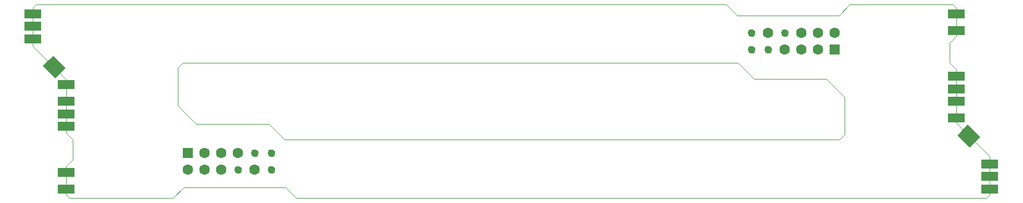
<source format=gbs>
G04 EAGLE Gerber X2 export*
%TF.Part,Single*%
%TF.FileFunction,Other,solder mask bottom*%
%TF.FilePolarity,Positive*%
%TF.GenerationSoftware,Autodesk,EAGLE,9.5.2*%
%TF.CreationDate,2020-04-08T10:12:48Z*%
G75*
%MOMM*%
%FSLAX34Y34*%
%LPD*%
%INsolder mask bottom*%
%AMOC8*
5,1,8,0,0,1.08239X$1,22.5*%
G01*
%ADD10C,0.000000*%
%ADD11R,2.641600X1.371600*%
%ADD12R,1.371600X2.641600*%
%ADD13R,1.601600X1.601600*%
%ADD14C,1.601600*%
%ADD15C,1.101600*%


D10*
X0Y232410D02*
X50800Y181610D01*
X50800Y100330D01*
X60960Y90170D01*
X60960Y59690D01*
X50800Y49530D01*
X50800Y6350D01*
X55880Y1270D01*
X213360Y1270D01*
X0Y232410D02*
X0Y290830D01*
X5080Y295910D01*
X220980Y199390D02*
X220980Y142240D01*
X220980Y199390D02*
X228600Y207010D01*
X1074420Y207010D01*
X1056640Y295910D02*
X5080Y295910D01*
X1074420Y207010D02*
X1098550Y182880D01*
X1209040Y182880D01*
X1073150Y279400D02*
X1056640Y295910D01*
X1073150Y279400D02*
X1228090Y279400D01*
X1407160Y115570D02*
X1457960Y64770D01*
X1407160Y115570D02*
X1407160Y196850D01*
X1397000Y207010D01*
X1397000Y237490D01*
X1407160Y247650D01*
X1407160Y290830D01*
X1402080Y295910D01*
X1244600Y295910D01*
X1457960Y64770D02*
X1457960Y6350D01*
X1452880Y1270D01*
X1236980Y97790D02*
X1236980Y154940D01*
X1236980Y97790D02*
X1229360Y90170D01*
X383540Y90170D01*
X401320Y1270D02*
X1452880Y1270D01*
X383540Y90170D02*
X359410Y114300D01*
X248920Y114300D01*
X384810Y17780D02*
X401320Y1270D01*
X384810Y17780D02*
X229870Y17780D01*
X1228090Y279400D02*
X1244600Y295910D01*
X1209040Y182880D02*
X1236980Y154940D01*
X248920Y114300D02*
X220980Y142240D01*
X229870Y17780D02*
X213360Y1270D01*
D11*
X50800Y173990D03*
X50800Y148590D03*
X50800Y129540D03*
X50800Y110490D03*
X50800Y40640D03*
X50800Y15240D03*
D12*
G36*
X15022Y202610D02*
X24720Y212308D01*
X43398Y193630D01*
X33700Y183932D01*
X15022Y202610D01*
G37*
G36*
X21372Y208960D02*
X31070Y218658D01*
X49748Y199980D01*
X40050Y190282D01*
X21372Y208960D01*
G37*
D13*
X1221740Y227330D03*
D14*
X1221740Y252730D03*
X1196340Y227330D03*
X1196340Y252730D03*
X1170940Y227330D03*
X1170940Y252730D03*
X1120140Y252730D03*
D10*
X1115140Y227330D02*
X1115142Y227471D01*
X1115148Y227612D01*
X1115158Y227752D01*
X1115172Y227892D01*
X1115190Y228032D01*
X1115211Y228171D01*
X1115237Y228310D01*
X1115266Y228448D01*
X1115300Y228584D01*
X1115337Y228720D01*
X1115378Y228855D01*
X1115423Y228989D01*
X1115472Y229121D01*
X1115524Y229252D01*
X1115580Y229381D01*
X1115640Y229508D01*
X1115703Y229634D01*
X1115769Y229758D01*
X1115840Y229881D01*
X1115913Y230001D01*
X1115990Y230119D01*
X1116070Y230235D01*
X1116154Y230348D01*
X1116240Y230459D01*
X1116330Y230568D01*
X1116423Y230674D01*
X1116518Y230777D01*
X1116617Y230878D01*
X1116718Y230976D01*
X1116822Y231071D01*
X1116929Y231163D01*
X1117038Y231252D01*
X1117150Y231337D01*
X1117264Y231420D01*
X1117380Y231500D01*
X1117499Y231576D01*
X1117620Y231648D01*
X1117742Y231718D01*
X1117867Y231783D01*
X1117993Y231846D01*
X1118121Y231904D01*
X1118251Y231959D01*
X1118382Y232011D01*
X1118515Y232058D01*
X1118649Y232102D01*
X1118784Y232143D01*
X1118920Y232179D01*
X1119057Y232211D01*
X1119195Y232240D01*
X1119333Y232265D01*
X1119473Y232285D01*
X1119613Y232302D01*
X1119753Y232315D01*
X1119894Y232324D01*
X1120034Y232329D01*
X1120175Y232330D01*
X1120316Y232327D01*
X1120457Y232320D01*
X1120597Y232309D01*
X1120737Y232294D01*
X1120877Y232275D01*
X1121016Y232253D01*
X1121154Y232226D01*
X1121292Y232196D01*
X1121428Y232161D01*
X1121564Y232123D01*
X1121698Y232081D01*
X1121832Y232035D01*
X1121964Y231986D01*
X1122094Y231932D01*
X1122223Y231875D01*
X1122350Y231815D01*
X1122476Y231751D01*
X1122599Y231683D01*
X1122721Y231612D01*
X1122841Y231538D01*
X1122958Y231460D01*
X1123073Y231379D01*
X1123186Y231295D01*
X1123297Y231208D01*
X1123405Y231117D01*
X1123510Y231024D01*
X1123613Y230927D01*
X1123713Y230828D01*
X1123810Y230726D01*
X1123904Y230621D01*
X1123995Y230514D01*
X1124083Y230404D01*
X1124168Y230292D01*
X1124250Y230177D01*
X1124329Y230060D01*
X1124404Y229941D01*
X1124476Y229820D01*
X1124544Y229697D01*
X1124609Y229572D01*
X1124671Y229445D01*
X1124728Y229316D01*
X1124783Y229186D01*
X1124833Y229055D01*
X1124880Y228922D01*
X1124923Y228788D01*
X1124962Y228652D01*
X1124997Y228516D01*
X1125029Y228379D01*
X1125056Y228241D01*
X1125080Y228102D01*
X1125100Y227962D01*
X1125116Y227822D01*
X1125128Y227682D01*
X1125136Y227541D01*
X1125140Y227400D01*
X1125140Y227260D01*
X1125136Y227119D01*
X1125128Y226978D01*
X1125116Y226838D01*
X1125100Y226698D01*
X1125080Y226558D01*
X1125056Y226419D01*
X1125029Y226281D01*
X1124997Y226144D01*
X1124962Y226008D01*
X1124923Y225872D01*
X1124880Y225738D01*
X1124833Y225605D01*
X1124783Y225474D01*
X1124728Y225344D01*
X1124671Y225215D01*
X1124609Y225088D01*
X1124544Y224963D01*
X1124476Y224840D01*
X1124404Y224719D01*
X1124329Y224600D01*
X1124250Y224483D01*
X1124168Y224368D01*
X1124083Y224256D01*
X1123995Y224146D01*
X1123904Y224039D01*
X1123810Y223934D01*
X1123713Y223832D01*
X1123613Y223733D01*
X1123510Y223636D01*
X1123405Y223543D01*
X1123297Y223452D01*
X1123186Y223365D01*
X1123073Y223281D01*
X1122958Y223200D01*
X1122841Y223122D01*
X1122721Y223048D01*
X1122599Y222977D01*
X1122476Y222909D01*
X1122350Y222845D01*
X1122223Y222785D01*
X1122094Y222728D01*
X1121964Y222674D01*
X1121832Y222625D01*
X1121698Y222579D01*
X1121564Y222537D01*
X1121428Y222499D01*
X1121292Y222464D01*
X1121154Y222434D01*
X1121016Y222407D01*
X1120877Y222385D01*
X1120737Y222366D01*
X1120597Y222351D01*
X1120457Y222340D01*
X1120316Y222333D01*
X1120175Y222330D01*
X1120034Y222331D01*
X1119894Y222336D01*
X1119753Y222345D01*
X1119613Y222358D01*
X1119473Y222375D01*
X1119333Y222395D01*
X1119195Y222420D01*
X1119057Y222449D01*
X1118920Y222481D01*
X1118784Y222517D01*
X1118649Y222558D01*
X1118515Y222602D01*
X1118382Y222649D01*
X1118251Y222701D01*
X1118121Y222756D01*
X1117993Y222814D01*
X1117867Y222877D01*
X1117742Y222942D01*
X1117620Y223012D01*
X1117499Y223084D01*
X1117380Y223160D01*
X1117264Y223240D01*
X1117150Y223323D01*
X1117038Y223408D01*
X1116929Y223497D01*
X1116822Y223589D01*
X1116718Y223684D01*
X1116617Y223782D01*
X1116518Y223883D01*
X1116423Y223986D01*
X1116330Y224092D01*
X1116240Y224201D01*
X1116154Y224312D01*
X1116070Y224425D01*
X1115990Y224541D01*
X1115913Y224659D01*
X1115840Y224779D01*
X1115769Y224902D01*
X1115703Y225026D01*
X1115640Y225152D01*
X1115580Y225279D01*
X1115524Y225408D01*
X1115472Y225539D01*
X1115423Y225671D01*
X1115378Y225805D01*
X1115337Y225940D01*
X1115300Y226076D01*
X1115266Y226212D01*
X1115237Y226350D01*
X1115211Y226489D01*
X1115190Y226628D01*
X1115172Y226768D01*
X1115158Y226908D01*
X1115148Y227048D01*
X1115142Y227189D01*
X1115140Y227330D01*
D15*
X1120140Y227330D03*
D10*
X1089740Y227330D02*
X1089742Y227471D01*
X1089748Y227612D01*
X1089758Y227752D01*
X1089772Y227892D01*
X1089790Y228032D01*
X1089811Y228171D01*
X1089837Y228310D01*
X1089866Y228448D01*
X1089900Y228584D01*
X1089937Y228720D01*
X1089978Y228855D01*
X1090023Y228989D01*
X1090072Y229121D01*
X1090124Y229252D01*
X1090180Y229381D01*
X1090240Y229508D01*
X1090303Y229634D01*
X1090369Y229758D01*
X1090440Y229881D01*
X1090513Y230001D01*
X1090590Y230119D01*
X1090670Y230235D01*
X1090754Y230348D01*
X1090840Y230459D01*
X1090930Y230568D01*
X1091023Y230674D01*
X1091118Y230777D01*
X1091217Y230878D01*
X1091318Y230976D01*
X1091422Y231071D01*
X1091529Y231163D01*
X1091638Y231252D01*
X1091750Y231337D01*
X1091864Y231420D01*
X1091980Y231500D01*
X1092099Y231576D01*
X1092220Y231648D01*
X1092342Y231718D01*
X1092467Y231783D01*
X1092593Y231846D01*
X1092721Y231904D01*
X1092851Y231959D01*
X1092982Y232011D01*
X1093115Y232058D01*
X1093249Y232102D01*
X1093384Y232143D01*
X1093520Y232179D01*
X1093657Y232211D01*
X1093795Y232240D01*
X1093933Y232265D01*
X1094073Y232285D01*
X1094213Y232302D01*
X1094353Y232315D01*
X1094494Y232324D01*
X1094634Y232329D01*
X1094775Y232330D01*
X1094916Y232327D01*
X1095057Y232320D01*
X1095197Y232309D01*
X1095337Y232294D01*
X1095477Y232275D01*
X1095616Y232253D01*
X1095754Y232226D01*
X1095892Y232196D01*
X1096028Y232161D01*
X1096164Y232123D01*
X1096298Y232081D01*
X1096432Y232035D01*
X1096564Y231986D01*
X1096694Y231932D01*
X1096823Y231875D01*
X1096950Y231815D01*
X1097076Y231751D01*
X1097199Y231683D01*
X1097321Y231612D01*
X1097441Y231538D01*
X1097558Y231460D01*
X1097673Y231379D01*
X1097786Y231295D01*
X1097897Y231208D01*
X1098005Y231117D01*
X1098110Y231024D01*
X1098213Y230927D01*
X1098313Y230828D01*
X1098410Y230726D01*
X1098504Y230621D01*
X1098595Y230514D01*
X1098683Y230404D01*
X1098768Y230292D01*
X1098850Y230177D01*
X1098929Y230060D01*
X1099004Y229941D01*
X1099076Y229820D01*
X1099144Y229697D01*
X1099209Y229572D01*
X1099271Y229445D01*
X1099328Y229316D01*
X1099383Y229186D01*
X1099433Y229055D01*
X1099480Y228922D01*
X1099523Y228788D01*
X1099562Y228652D01*
X1099597Y228516D01*
X1099629Y228379D01*
X1099656Y228241D01*
X1099680Y228102D01*
X1099700Y227962D01*
X1099716Y227822D01*
X1099728Y227682D01*
X1099736Y227541D01*
X1099740Y227400D01*
X1099740Y227260D01*
X1099736Y227119D01*
X1099728Y226978D01*
X1099716Y226838D01*
X1099700Y226698D01*
X1099680Y226558D01*
X1099656Y226419D01*
X1099629Y226281D01*
X1099597Y226144D01*
X1099562Y226008D01*
X1099523Y225872D01*
X1099480Y225738D01*
X1099433Y225605D01*
X1099383Y225474D01*
X1099328Y225344D01*
X1099271Y225215D01*
X1099209Y225088D01*
X1099144Y224963D01*
X1099076Y224840D01*
X1099004Y224719D01*
X1098929Y224600D01*
X1098850Y224483D01*
X1098768Y224368D01*
X1098683Y224256D01*
X1098595Y224146D01*
X1098504Y224039D01*
X1098410Y223934D01*
X1098313Y223832D01*
X1098213Y223733D01*
X1098110Y223636D01*
X1098005Y223543D01*
X1097897Y223452D01*
X1097786Y223365D01*
X1097673Y223281D01*
X1097558Y223200D01*
X1097441Y223122D01*
X1097321Y223048D01*
X1097199Y222977D01*
X1097076Y222909D01*
X1096950Y222845D01*
X1096823Y222785D01*
X1096694Y222728D01*
X1096564Y222674D01*
X1096432Y222625D01*
X1096298Y222579D01*
X1096164Y222537D01*
X1096028Y222499D01*
X1095892Y222464D01*
X1095754Y222434D01*
X1095616Y222407D01*
X1095477Y222385D01*
X1095337Y222366D01*
X1095197Y222351D01*
X1095057Y222340D01*
X1094916Y222333D01*
X1094775Y222330D01*
X1094634Y222331D01*
X1094494Y222336D01*
X1094353Y222345D01*
X1094213Y222358D01*
X1094073Y222375D01*
X1093933Y222395D01*
X1093795Y222420D01*
X1093657Y222449D01*
X1093520Y222481D01*
X1093384Y222517D01*
X1093249Y222558D01*
X1093115Y222602D01*
X1092982Y222649D01*
X1092851Y222701D01*
X1092721Y222756D01*
X1092593Y222814D01*
X1092467Y222877D01*
X1092342Y222942D01*
X1092220Y223012D01*
X1092099Y223084D01*
X1091980Y223160D01*
X1091864Y223240D01*
X1091750Y223323D01*
X1091638Y223408D01*
X1091529Y223497D01*
X1091422Y223589D01*
X1091318Y223684D01*
X1091217Y223782D01*
X1091118Y223883D01*
X1091023Y223986D01*
X1090930Y224092D01*
X1090840Y224201D01*
X1090754Y224312D01*
X1090670Y224425D01*
X1090590Y224541D01*
X1090513Y224659D01*
X1090440Y224779D01*
X1090369Y224902D01*
X1090303Y225026D01*
X1090240Y225152D01*
X1090180Y225279D01*
X1090124Y225408D01*
X1090072Y225539D01*
X1090023Y225671D01*
X1089978Y225805D01*
X1089937Y225940D01*
X1089900Y226076D01*
X1089866Y226212D01*
X1089837Y226350D01*
X1089811Y226489D01*
X1089790Y226628D01*
X1089772Y226768D01*
X1089758Y226908D01*
X1089748Y227048D01*
X1089742Y227189D01*
X1089740Y227330D01*
D15*
X1094740Y227330D03*
D10*
X1089740Y252730D02*
X1089742Y252871D01*
X1089748Y253012D01*
X1089758Y253152D01*
X1089772Y253292D01*
X1089790Y253432D01*
X1089811Y253571D01*
X1089837Y253710D01*
X1089866Y253848D01*
X1089900Y253984D01*
X1089937Y254120D01*
X1089978Y254255D01*
X1090023Y254389D01*
X1090072Y254521D01*
X1090124Y254652D01*
X1090180Y254781D01*
X1090240Y254908D01*
X1090303Y255034D01*
X1090369Y255158D01*
X1090440Y255281D01*
X1090513Y255401D01*
X1090590Y255519D01*
X1090670Y255635D01*
X1090754Y255748D01*
X1090840Y255859D01*
X1090930Y255968D01*
X1091023Y256074D01*
X1091118Y256177D01*
X1091217Y256278D01*
X1091318Y256376D01*
X1091422Y256471D01*
X1091529Y256563D01*
X1091638Y256652D01*
X1091750Y256737D01*
X1091864Y256820D01*
X1091980Y256900D01*
X1092099Y256976D01*
X1092220Y257048D01*
X1092342Y257118D01*
X1092467Y257183D01*
X1092593Y257246D01*
X1092721Y257304D01*
X1092851Y257359D01*
X1092982Y257411D01*
X1093115Y257458D01*
X1093249Y257502D01*
X1093384Y257543D01*
X1093520Y257579D01*
X1093657Y257611D01*
X1093795Y257640D01*
X1093933Y257665D01*
X1094073Y257685D01*
X1094213Y257702D01*
X1094353Y257715D01*
X1094494Y257724D01*
X1094634Y257729D01*
X1094775Y257730D01*
X1094916Y257727D01*
X1095057Y257720D01*
X1095197Y257709D01*
X1095337Y257694D01*
X1095477Y257675D01*
X1095616Y257653D01*
X1095754Y257626D01*
X1095892Y257596D01*
X1096028Y257561D01*
X1096164Y257523D01*
X1096298Y257481D01*
X1096432Y257435D01*
X1096564Y257386D01*
X1096694Y257332D01*
X1096823Y257275D01*
X1096950Y257215D01*
X1097076Y257151D01*
X1097199Y257083D01*
X1097321Y257012D01*
X1097441Y256938D01*
X1097558Y256860D01*
X1097673Y256779D01*
X1097786Y256695D01*
X1097897Y256608D01*
X1098005Y256517D01*
X1098110Y256424D01*
X1098213Y256327D01*
X1098313Y256228D01*
X1098410Y256126D01*
X1098504Y256021D01*
X1098595Y255914D01*
X1098683Y255804D01*
X1098768Y255692D01*
X1098850Y255577D01*
X1098929Y255460D01*
X1099004Y255341D01*
X1099076Y255220D01*
X1099144Y255097D01*
X1099209Y254972D01*
X1099271Y254845D01*
X1099328Y254716D01*
X1099383Y254586D01*
X1099433Y254455D01*
X1099480Y254322D01*
X1099523Y254188D01*
X1099562Y254052D01*
X1099597Y253916D01*
X1099629Y253779D01*
X1099656Y253641D01*
X1099680Y253502D01*
X1099700Y253362D01*
X1099716Y253222D01*
X1099728Y253082D01*
X1099736Y252941D01*
X1099740Y252800D01*
X1099740Y252660D01*
X1099736Y252519D01*
X1099728Y252378D01*
X1099716Y252238D01*
X1099700Y252098D01*
X1099680Y251958D01*
X1099656Y251819D01*
X1099629Y251681D01*
X1099597Y251544D01*
X1099562Y251408D01*
X1099523Y251272D01*
X1099480Y251138D01*
X1099433Y251005D01*
X1099383Y250874D01*
X1099328Y250744D01*
X1099271Y250615D01*
X1099209Y250488D01*
X1099144Y250363D01*
X1099076Y250240D01*
X1099004Y250119D01*
X1098929Y250000D01*
X1098850Y249883D01*
X1098768Y249768D01*
X1098683Y249656D01*
X1098595Y249546D01*
X1098504Y249439D01*
X1098410Y249334D01*
X1098313Y249232D01*
X1098213Y249133D01*
X1098110Y249036D01*
X1098005Y248943D01*
X1097897Y248852D01*
X1097786Y248765D01*
X1097673Y248681D01*
X1097558Y248600D01*
X1097441Y248522D01*
X1097321Y248448D01*
X1097199Y248377D01*
X1097076Y248309D01*
X1096950Y248245D01*
X1096823Y248185D01*
X1096694Y248128D01*
X1096564Y248074D01*
X1096432Y248025D01*
X1096298Y247979D01*
X1096164Y247937D01*
X1096028Y247899D01*
X1095892Y247864D01*
X1095754Y247834D01*
X1095616Y247807D01*
X1095477Y247785D01*
X1095337Y247766D01*
X1095197Y247751D01*
X1095057Y247740D01*
X1094916Y247733D01*
X1094775Y247730D01*
X1094634Y247731D01*
X1094494Y247736D01*
X1094353Y247745D01*
X1094213Y247758D01*
X1094073Y247775D01*
X1093933Y247795D01*
X1093795Y247820D01*
X1093657Y247849D01*
X1093520Y247881D01*
X1093384Y247917D01*
X1093249Y247958D01*
X1093115Y248002D01*
X1092982Y248049D01*
X1092851Y248101D01*
X1092721Y248156D01*
X1092593Y248214D01*
X1092467Y248277D01*
X1092342Y248342D01*
X1092220Y248412D01*
X1092099Y248484D01*
X1091980Y248560D01*
X1091864Y248640D01*
X1091750Y248723D01*
X1091638Y248808D01*
X1091529Y248897D01*
X1091422Y248989D01*
X1091318Y249084D01*
X1091217Y249182D01*
X1091118Y249283D01*
X1091023Y249386D01*
X1090930Y249492D01*
X1090840Y249601D01*
X1090754Y249712D01*
X1090670Y249825D01*
X1090590Y249941D01*
X1090513Y250059D01*
X1090440Y250179D01*
X1090369Y250302D01*
X1090303Y250426D01*
X1090240Y250552D01*
X1090180Y250679D01*
X1090124Y250808D01*
X1090072Y250939D01*
X1090023Y251071D01*
X1089978Y251205D01*
X1089937Y251340D01*
X1089900Y251476D01*
X1089866Y251612D01*
X1089837Y251750D01*
X1089811Y251889D01*
X1089790Y252028D01*
X1089772Y252168D01*
X1089758Y252308D01*
X1089748Y252448D01*
X1089742Y252589D01*
X1089740Y252730D01*
D15*
X1094740Y252730D03*
D14*
X1145540Y227330D03*
D10*
X1140540Y252730D02*
X1140542Y252871D01*
X1140548Y253012D01*
X1140558Y253152D01*
X1140572Y253292D01*
X1140590Y253432D01*
X1140611Y253571D01*
X1140637Y253710D01*
X1140666Y253848D01*
X1140700Y253984D01*
X1140737Y254120D01*
X1140778Y254255D01*
X1140823Y254389D01*
X1140872Y254521D01*
X1140924Y254652D01*
X1140980Y254781D01*
X1141040Y254908D01*
X1141103Y255034D01*
X1141169Y255158D01*
X1141240Y255281D01*
X1141313Y255401D01*
X1141390Y255519D01*
X1141470Y255635D01*
X1141554Y255748D01*
X1141640Y255859D01*
X1141730Y255968D01*
X1141823Y256074D01*
X1141918Y256177D01*
X1142017Y256278D01*
X1142118Y256376D01*
X1142222Y256471D01*
X1142329Y256563D01*
X1142438Y256652D01*
X1142550Y256737D01*
X1142664Y256820D01*
X1142780Y256900D01*
X1142899Y256976D01*
X1143020Y257048D01*
X1143142Y257118D01*
X1143267Y257183D01*
X1143393Y257246D01*
X1143521Y257304D01*
X1143651Y257359D01*
X1143782Y257411D01*
X1143915Y257458D01*
X1144049Y257502D01*
X1144184Y257543D01*
X1144320Y257579D01*
X1144457Y257611D01*
X1144595Y257640D01*
X1144733Y257665D01*
X1144873Y257685D01*
X1145013Y257702D01*
X1145153Y257715D01*
X1145294Y257724D01*
X1145434Y257729D01*
X1145575Y257730D01*
X1145716Y257727D01*
X1145857Y257720D01*
X1145997Y257709D01*
X1146137Y257694D01*
X1146277Y257675D01*
X1146416Y257653D01*
X1146554Y257626D01*
X1146692Y257596D01*
X1146828Y257561D01*
X1146964Y257523D01*
X1147098Y257481D01*
X1147232Y257435D01*
X1147364Y257386D01*
X1147494Y257332D01*
X1147623Y257275D01*
X1147750Y257215D01*
X1147876Y257151D01*
X1147999Y257083D01*
X1148121Y257012D01*
X1148241Y256938D01*
X1148358Y256860D01*
X1148473Y256779D01*
X1148586Y256695D01*
X1148697Y256608D01*
X1148805Y256517D01*
X1148910Y256424D01*
X1149013Y256327D01*
X1149113Y256228D01*
X1149210Y256126D01*
X1149304Y256021D01*
X1149395Y255914D01*
X1149483Y255804D01*
X1149568Y255692D01*
X1149650Y255577D01*
X1149729Y255460D01*
X1149804Y255341D01*
X1149876Y255220D01*
X1149944Y255097D01*
X1150009Y254972D01*
X1150071Y254845D01*
X1150128Y254716D01*
X1150183Y254586D01*
X1150233Y254455D01*
X1150280Y254322D01*
X1150323Y254188D01*
X1150362Y254052D01*
X1150397Y253916D01*
X1150429Y253779D01*
X1150456Y253641D01*
X1150480Y253502D01*
X1150500Y253362D01*
X1150516Y253222D01*
X1150528Y253082D01*
X1150536Y252941D01*
X1150540Y252800D01*
X1150540Y252660D01*
X1150536Y252519D01*
X1150528Y252378D01*
X1150516Y252238D01*
X1150500Y252098D01*
X1150480Y251958D01*
X1150456Y251819D01*
X1150429Y251681D01*
X1150397Y251544D01*
X1150362Y251408D01*
X1150323Y251272D01*
X1150280Y251138D01*
X1150233Y251005D01*
X1150183Y250874D01*
X1150128Y250744D01*
X1150071Y250615D01*
X1150009Y250488D01*
X1149944Y250363D01*
X1149876Y250240D01*
X1149804Y250119D01*
X1149729Y250000D01*
X1149650Y249883D01*
X1149568Y249768D01*
X1149483Y249656D01*
X1149395Y249546D01*
X1149304Y249439D01*
X1149210Y249334D01*
X1149113Y249232D01*
X1149013Y249133D01*
X1148910Y249036D01*
X1148805Y248943D01*
X1148697Y248852D01*
X1148586Y248765D01*
X1148473Y248681D01*
X1148358Y248600D01*
X1148241Y248522D01*
X1148121Y248448D01*
X1147999Y248377D01*
X1147876Y248309D01*
X1147750Y248245D01*
X1147623Y248185D01*
X1147494Y248128D01*
X1147364Y248074D01*
X1147232Y248025D01*
X1147098Y247979D01*
X1146964Y247937D01*
X1146828Y247899D01*
X1146692Y247864D01*
X1146554Y247834D01*
X1146416Y247807D01*
X1146277Y247785D01*
X1146137Y247766D01*
X1145997Y247751D01*
X1145857Y247740D01*
X1145716Y247733D01*
X1145575Y247730D01*
X1145434Y247731D01*
X1145294Y247736D01*
X1145153Y247745D01*
X1145013Y247758D01*
X1144873Y247775D01*
X1144733Y247795D01*
X1144595Y247820D01*
X1144457Y247849D01*
X1144320Y247881D01*
X1144184Y247917D01*
X1144049Y247958D01*
X1143915Y248002D01*
X1143782Y248049D01*
X1143651Y248101D01*
X1143521Y248156D01*
X1143393Y248214D01*
X1143267Y248277D01*
X1143142Y248342D01*
X1143020Y248412D01*
X1142899Y248484D01*
X1142780Y248560D01*
X1142664Y248640D01*
X1142550Y248723D01*
X1142438Y248808D01*
X1142329Y248897D01*
X1142222Y248989D01*
X1142118Y249084D01*
X1142017Y249182D01*
X1141918Y249283D01*
X1141823Y249386D01*
X1141730Y249492D01*
X1141640Y249601D01*
X1141554Y249712D01*
X1141470Y249825D01*
X1141390Y249941D01*
X1141313Y250059D01*
X1141240Y250179D01*
X1141169Y250302D01*
X1141103Y250426D01*
X1141040Y250552D01*
X1140980Y250679D01*
X1140924Y250808D01*
X1140872Y250939D01*
X1140823Y251071D01*
X1140778Y251205D01*
X1140737Y251340D01*
X1140700Y251476D01*
X1140666Y251612D01*
X1140637Y251750D01*
X1140611Y251889D01*
X1140590Y252028D01*
X1140572Y252168D01*
X1140558Y252308D01*
X1140548Y252448D01*
X1140542Y252589D01*
X1140540Y252730D01*
D15*
X1145540Y252730D03*
D11*
X0Y281940D03*
X0Y262890D03*
X0Y243840D03*
X1407160Y123190D03*
X1407160Y148590D03*
X1407160Y167640D03*
X1407160Y186690D03*
X1407160Y256540D03*
X1407160Y281940D03*
D12*
G36*
X1442938Y94570D02*
X1433240Y84872D01*
X1414562Y103550D01*
X1424260Y113248D01*
X1442938Y94570D01*
G37*
G36*
X1436588Y88220D02*
X1426890Y78522D01*
X1408212Y97200D01*
X1417910Y106898D01*
X1436588Y88220D01*
G37*
D13*
X236220Y69850D03*
D14*
X236220Y44450D03*
X261620Y69850D03*
X261620Y44450D03*
X287020Y69850D03*
X287020Y44450D03*
X337820Y44450D03*
D10*
X332820Y69850D02*
X332822Y69991D01*
X332828Y70132D01*
X332838Y70272D01*
X332852Y70412D01*
X332870Y70552D01*
X332891Y70691D01*
X332917Y70830D01*
X332946Y70968D01*
X332980Y71104D01*
X333017Y71240D01*
X333058Y71375D01*
X333103Y71509D01*
X333152Y71641D01*
X333204Y71772D01*
X333260Y71901D01*
X333320Y72028D01*
X333383Y72154D01*
X333449Y72278D01*
X333520Y72401D01*
X333593Y72521D01*
X333670Y72639D01*
X333750Y72755D01*
X333834Y72868D01*
X333920Y72979D01*
X334010Y73088D01*
X334103Y73194D01*
X334198Y73297D01*
X334297Y73398D01*
X334398Y73496D01*
X334502Y73591D01*
X334609Y73683D01*
X334718Y73772D01*
X334830Y73857D01*
X334944Y73940D01*
X335060Y74020D01*
X335179Y74096D01*
X335300Y74168D01*
X335422Y74238D01*
X335547Y74303D01*
X335673Y74366D01*
X335801Y74424D01*
X335931Y74479D01*
X336062Y74531D01*
X336195Y74578D01*
X336329Y74622D01*
X336464Y74663D01*
X336600Y74699D01*
X336737Y74731D01*
X336875Y74760D01*
X337013Y74785D01*
X337153Y74805D01*
X337293Y74822D01*
X337433Y74835D01*
X337574Y74844D01*
X337714Y74849D01*
X337855Y74850D01*
X337996Y74847D01*
X338137Y74840D01*
X338277Y74829D01*
X338417Y74814D01*
X338557Y74795D01*
X338696Y74773D01*
X338834Y74746D01*
X338972Y74716D01*
X339108Y74681D01*
X339244Y74643D01*
X339378Y74601D01*
X339512Y74555D01*
X339644Y74506D01*
X339774Y74452D01*
X339903Y74395D01*
X340030Y74335D01*
X340156Y74271D01*
X340279Y74203D01*
X340401Y74132D01*
X340521Y74058D01*
X340638Y73980D01*
X340753Y73899D01*
X340866Y73815D01*
X340977Y73728D01*
X341085Y73637D01*
X341190Y73544D01*
X341293Y73447D01*
X341393Y73348D01*
X341490Y73246D01*
X341584Y73141D01*
X341675Y73034D01*
X341763Y72924D01*
X341848Y72812D01*
X341930Y72697D01*
X342009Y72580D01*
X342084Y72461D01*
X342156Y72340D01*
X342224Y72217D01*
X342289Y72092D01*
X342351Y71965D01*
X342408Y71836D01*
X342463Y71706D01*
X342513Y71575D01*
X342560Y71442D01*
X342603Y71308D01*
X342642Y71172D01*
X342677Y71036D01*
X342709Y70899D01*
X342736Y70761D01*
X342760Y70622D01*
X342780Y70482D01*
X342796Y70342D01*
X342808Y70202D01*
X342816Y70061D01*
X342820Y69920D01*
X342820Y69780D01*
X342816Y69639D01*
X342808Y69498D01*
X342796Y69358D01*
X342780Y69218D01*
X342760Y69078D01*
X342736Y68939D01*
X342709Y68801D01*
X342677Y68664D01*
X342642Y68528D01*
X342603Y68392D01*
X342560Y68258D01*
X342513Y68125D01*
X342463Y67994D01*
X342408Y67864D01*
X342351Y67735D01*
X342289Y67608D01*
X342224Y67483D01*
X342156Y67360D01*
X342084Y67239D01*
X342009Y67120D01*
X341930Y67003D01*
X341848Y66888D01*
X341763Y66776D01*
X341675Y66666D01*
X341584Y66559D01*
X341490Y66454D01*
X341393Y66352D01*
X341293Y66253D01*
X341190Y66156D01*
X341085Y66063D01*
X340977Y65972D01*
X340866Y65885D01*
X340753Y65801D01*
X340638Y65720D01*
X340521Y65642D01*
X340401Y65568D01*
X340279Y65497D01*
X340156Y65429D01*
X340030Y65365D01*
X339903Y65305D01*
X339774Y65248D01*
X339644Y65194D01*
X339512Y65145D01*
X339378Y65099D01*
X339244Y65057D01*
X339108Y65019D01*
X338972Y64984D01*
X338834Y64954D01*
X338696Y64927D01*
X338557Y64905D01*
X338417Y64886D01*
X338277Y64871D01*
X338137Y64860D01*
X337996Y64853D01*
X337855Y64850D01*
X337714Y64851D01*
X337574Y64856D01*
X337433Y64865D01*
X337293Y64878D01*
X337153Y64895D01*
X337013Y64915D01*
X336875Y64940D01*
X336737Y64969D01*
X336600Y65001D01*
X336464Y65037D01*
X336329Y65078D01*
X336195Y65122D01*
X336062Y65169D01*
X335931Y65221D01*
X335801Y65276D01*
X335673Y65334D01*
X335547Y65397D01*
X335422Y65462D01*
X335300Y65532D01*
X335179Y65604D01*
X335060Y65680D01*
X334944Y65760D01*
X334830Y65843D01*
X334718Y65928D01*
X334609Y66017D01*
X334502Y66109D01*
X334398Y66204D01*
X334297Y66302D01*
X334198Y66403D01*
X334103Y66506D01*
X334010Y66612D01*
X333920Y66721D01*
X333834Y66832D01*
X333750Y66945D01*
X333670Y67061D01*
X333593Y67179D01*
X333520Y67299D01*
X333449Y67422D01*
X333383Y67546D01*
X333320Y67672D01*
X333260Y67799D01*
X333204Y67928D01*
X333152Y68059D01*
X333103Y68191D01*
X333058Y68325D01*
X333017Y68460D01*
X332980Y68596D01*
X332946Y68732D01*
X332917Y68870D01*
X332891Y69009D01*
X332870Y69148D01*
X332852Y69288D01*
X332838Y69428D01*
X332828Y69568D01*
X332822Y69709D01*
X332820Y69850D01*
D15*
X337820Y69850D03*
D10*
X358220Y69850D02*
X358222Y69991D01*
X358228Y70132D01*
X358238Y70272D01*
X358252Y70412D01*
X358270Y70552D01*
X358291Y70691D01*
X358317Y70830D01*
X358346Y70968D01*
X358380Y71104D01*
X358417Y71240D01*
X358458Y71375D01*
X358503Y71509D01*
X358552Y71641D01*
X358604Y71772D01*
X358660Y71901D01*
X358720Y72028D01*
X358783Y72154D01*
X358849Y72278D01*
X358920Y72401D01*
X358993Y72521D01*
X359070Y72639D01*
X359150Y72755D01*
X359234Y72868D01*
X359320Y72979D01*
X359410Y73088D01*
X359503Y73194D01*
X359598Y73297D01*
X359697Y73398D01*
X359798Y73496D01*
X359902Y73591D01*
X360009Y73683D01*
X360118Y73772D01*
X360230Y73857D01*
X360344Y73940D01*
X360460Y74020D01*
X360579Y74096D01*
X360700Y74168D01*
X360822Y74238D01*
X360947Y74303D01*
X361073Y74366D01*
X361201Y74424D01*
X361331Y74479D01*
X361462Y74531D01*
X361595Y74578D01*
X361729Y74622D01*
X361864Y74663D01*
X362000Y74699D01*
X362137Y74731D01*
X362275Y74760D01*
X362413Y74785D01*
X362553Y74805D01*
X362693Y74822D01*
X362833Y74835D01*
X362974Y74844D01*
X363114Y74849D01*
X363255Y74850D01*
X363396Y74847D01*
X363537Y74840D01*
X363677Y74829D01*
X363817Y74814D01*
X363957Y74795D01*
X364096Y74773D01*
X364234Y74746D01*
X364372Y74716D01*
X364508Y74681D01*
X364644Y74643D01*
X364778Y74601D01*
X364912Y74555D01*
X365044Y74506D01*
X365174Y74452D01*
X365303Y74395D01*
X365430Y74335D01*
X365556Y74271D01*
X365679Y74203D01*
X365801Y74132D01*
X365921Y74058D01*
X366038Y73980D01*
X366153Y73899D01*
X366266Y73815D01*
X366377Y73728D01*
X366485Y73637D01*
X366590Y73544D01*
X366693Y73447D01*
X366793Y73348D01*
X366890Y73246D01*
X366984Y73141D01*
X367075Y73034D01*
X367163Y72924D01*
X367248Y72812D01*
X367330Y72697D01*
X367409Y72580D01*
X367484Y72461D01*
X367556Y72340D01*
X367624Y72217D01*
X367689Y72092D01*
X367751Y71965D01*
X367808Y71836D01*
X367863Y71706D01*
X367913Y71575D01*
X367960Y71442D01*
X368003Y71308D01*
X368042Y71172D01*
X368077Y71036D01*
X368109Y70899D01*
X368136Y70761D01*
X368160Y70622D01*
X368180Y70482D01*
X368196Y70342D01*
X368208Y70202D01*
X368216Y70061D01*
X368220Y69920D01*
X368220Y69780D01*
X368216Y69639D01*
X368208Y69498D01*
X368196Y69358D01*
X368180Y69218D01*
X368160Y69078D01*
X368136Y68939D01*
X368109Y68801D01*
X368077Y68664D01*
X368042Y68528D01*
X368003Y68392D01*
X367960Y68258D01*
X367913Y68125D01*
X367863Y67994D01*
X367808Y67864D01*
X367751Y67735D01*
X367689Y67608D01*
X367624Y67483D01*
X367556Y67360D01*
X367484Y67239D01*
X367409Y67120D01*
X367330Y67003D01*
X367248Y66888D01*
X367163Y66776D01*
X367075Y66666D01*
X366984Y66559D01*
X366890Y66454D01*
X366793Y66352D01*
X366693Y66253D01*
X366590Y66156D01*
X366485Y66063D01*
X366377Y65972D01*
X366266Y65885D01*
X366153Y65801D01*
X366038Y65720D01*
X365921Y65642D01*
X365801Y65568D01*
X365679Y65497D01*
X365556Y65429D01*
X365430Y65365D01*
X365303Y65305D01*
X365174Y65248D01*
X365044Y65194D01*
X364912Y65145D01*
X364778Y65099D01*
X364644Y65057D01*
X364508Y65019D01*
X364372Y64984D01*
X364234Y64954D01*
X364096Y64927D01*
X363957Y64905D01*
X363817Y64886D01*
X363677Y64871D01*
X363537Y64860D01*
X363396Y64853D01*
X363255Y64850D01*
X363114Y64851D01*
X362974Y64856D01*
X362833Y64865D01*
X362693Y64878D01*
X362553Y64895D01*
X362413Y64915D01*
X362275Y64940D01*
X362137Y64969D01*
X362000Y65001D01*
X361864Y65037D01*
X361729Y65078D01*
X361595Y65122D01*
X361462Y65169D01*
X361331Y65221D01*
X361201Y65276D01*
X361073Y65334D01*
X360947Y65397D01*
X360822Y65462D01*
X360700Y65532D01*
X360579Y65604D01*
X360460Y65680D01*
X360344Y65760D01*
X360230Y65843D01*
X360118Y65928D01*
X360009Y66017D01*
X359902Y66109D01*
X359798Y66204D01*
X359697Y66302D01*
X359598Y66403D01*
X359503Y66506D01*
X359410Y66612D01*
X359320Y66721D01*
X359234Y66832D01*
X359150Y66945D01*
X359070Y67061D01*
X358993Y67179D01*
X358920Y67299D01*
X358849Y67422D01*
X358783Y67546D01*
X358720Y67672D01*
X358660Y67799D01*
X358604Y67928D01*
X358552Y68059D01*
X358503Y68191D01*
X358458Y68325D01*
X358417Y68460D01*
X358380Y68596D01*
X358346Y68732D01*
X358317Y68870D01*
X358291Y69009D01*
X358270Y69148D01*
X358252Y69288D01*
X358238Y69428D01*
X358228Y69568D01*
X358222Y69709D01*
X358220Y69850D01*
D15*
X363220Y69850D03*
D10*
X358220Y44450D02*
X358222Y44591D01*
X358228Y44732D01*
X358238Y44872D01*
X358252Y45012D01*
X358270Y45152D01*
X358291Y45291D01*
X358317Y45430D01*
X358346Y45568D01*
X358380Y45704D01*
X358417Y45840D01*
X358458Y45975D01*
X358503Y46109D01*
X358552Y46241D01*
X358604Y46372D01*
X358660Y46501D01*
X358720Y46628D01*
X358783Y46754D01*
X358849Y46878D01*
X358920Y47001D01*
X358993Y47121D01*
X359070Y47239D01*
X359150Y47355D01*
X359234Y47468D01*
X359320Y47579D01*
X359410Y47688D01*
X359503Y47794D01*
X359598Y47897D01*
X359697Y47998D01*
X359798Y48096D01*
X359902Y48191D01*
X360009Y48283D01*
X360118Y48372D01*
X360230Y48457D01*
X360344Y48540D01*
X360460Y48620D01*
X360579Y48696D01*
X360700Y48768D01*
X360822Y48838D01*
X360947Y48903D01*
X361073Y48966D01*
X361201Y49024D01*
X361331Y49079D01*
X361462Y49131D01*
X361595Y49178D01*
X361729Y49222D01*
X361864Y49263D01*
X362000Y49299D01*
X362137Y49331D01*
X362275Y49360D01*
X362413Y49385D01*
X362553Y49405D01*
X362693Y49422D01*
X362833Y49435D01*
X362974Y49444D01*
X363114Y49449D01*
X363255Y49450D01*
X363396Y49447D01*
X363537Y49440D01*
X363677Y49429D01*
X363817Y49414D01*
X363957Y49395D01*
X364096Y49373D01*
X364234Y49346D01*
X364372Y49316D01*
X364508Y49281D01*
X364644Y49243D01*
X364778Y49201D01*
X364912Y49155D01*
X365044Y49106D01*
X365174Y49052D01*
X365303Y48995D01*
X365430Y48935D01*
X365556Y48871D01*
X365679Y48803D01*
X365801Y48732D01*
X365921Y48658D01*
X366038Y48580D01*
X366153Y48499D01*
X366266Y48415D01*
X366377Y48328D01*
X366485Y48237D01*
X366590Y48144D01*
X366693Y48047D01*
X366793Y47948D01*
X366890Y47846D01*
X366984Y47741D01*
X367075Y47634D01*
X367163Y47524D01*
X367248Y47412D01*
X367330Y47297D01*
X367409Y47180D01*
X367484Y47061D01*
X367556Y46940D01*
X367624Y46817D01*
X367689Y46692D01*
X367751Y46565D01*
X367808Y46436D01*
X367863Y46306D01*
X367913Y46175D01*
X367960Y46042D01*
X368003Y45908D01*
X368042Y45772D01*
X368077Y45636D01*
X368109Y45499D01*
X368136Y45361D01*
X368160Y45222D01*
X368180Y45082D01*
X368196Y44942D01*
X368208Y44802D01*
X368216Y44661D01*
X368220Y44520D01*
X368220Y44380D01*
X368216Y44239D01*
X368208Y44098D01*
X368196Y43958D01*
X368180Y43818D01*
X368160Y43678D01*
X368136Y43539D01*
X368109Y43401D01*
X368077Y43264D01*
X368042Y43128D01*
X368003Y42992D01*
X367960Y42858D01*
X367913Y42725D01*
X367863Y42594D01*
X367808Y42464D01*
X367751Y42335D01*
X367689Y42208D01*
X367624Y42083D01*
X367556Y41960D01*
X367484Y41839D01*
X367409Y41720D01*
X367330Y41603D01*
X367248Y41488D01*
X367163Y41376D01*
X367075Y41266D01*
X366984Y41159D01*
X366890Y41054D01*
X366793Y40952D01*
X366693Y40853D01*
X366590Y40756D01*
X366485Y40663D01*
X366377Y40572D01*
X366266Y40485D01*
X366153Y40401D01*
X366038Y40320D01*
X365921Y40242D01*
X365801Y40168D01*
X365679Y40097D01*
X365556Y40029D01*
X365430Y39965D01*
X365303Y39905D01*
X365174Y39848D01*
X365044Y39794D01*
X364912Y39745D01*
X364778Y39699D01*
X364644Y39657D01*
X364508Y39619D01*
X364372Y39584D01*
X364234Y39554D01*
X364096Y39527D01*
X363957Y39505D01*
X363817Y39486D01*
X363677Y39471D01*
X363537Y39460D01*
X363396Y39453D01*
X363255Y39450D01*
X363114Y39451D01*
X362974Y39456D01*
X362833Y39465D01*
X362693Y39478D01*
X362553Y39495D01*
X362413Y39515D01*
X362275Y39540D01*
X362137Y39569D01*
X362000Y39601D01*
X361864Y39637D01*
X361729Y39678D01*
X361595Y39722D01*
X361462Y39769D01*
X361331Y39821D01*
X361201Y39876D01*
X361073Y39934D01*
X360947Y39997D01*
X360822Y40062D01*
X360700Y40132D01*
X360579Y40204D01*
X360460Y40280D01*
X360344Y40360D01*
X360230Y40443D01*
X360118Y40528D01*
X360009Y40617D01*
X359902Y40709D01*
X359798Y40804D01*
X359697Y40902D01*
X359598Y41003D01*
X359503Y41106D01*
X359410Y41212D01*
X359320Y41321D01*
X359234Y41432D01*
X359150Y41545D01*
X359070Y41661D01*
X358993Y41779D01*
X358920Y41899D01*
X358849Y42022D01*
X358783Y42146D01*
X358720Y42272D01*
X358660Y42399D01*
X358604Y42528D01*
X358552Y42659D01*
X358503Y42791D01*
X358458Y42925D01*
X358417Y43060D01*
X358380Y43196D01*
X358346Y43332D01*
X358317Y43470D01*
X358291Y43609D01*
X358270Y43748D01*
X358252Y43888D01*
X358238Y44028D01*
X358228Y44168D01*
X358222Y44309D01*
X358220Y44450D01*
D15*
X363220Y44450D03*
D14*
X312420Y69850D03*
D10*
X307420Y44450D02*
X307422Y44591D01*
X307428Y44732D01*
X307438Y44872D01*
X307452Y45012D01*
X307470Y45152D01*
X307491Y45291D01*
X307517Y45430D01*
X307546Y45568D01*
X307580Y45704D01*
X307617Y45840D01*
X307658Y45975D01*
X307703Y46109D01*
X307752Y46241D01*
X307804Y46372D01*
X307860Y46501D01*
X307920Y46628D01*
X307983Y46754D01*
X308049Y46878D01*
X308120Y47001D01*
X308193Y47121D01*
X308270Y47239D01*
X308350Y47355D01*
X308434Y47468D01*
X308520Y47579D01*
X308610Y47688D01*
X308703Y47794D01*
X308798Y47897D01*
X308897Y47998D01*
X308998Y48096D01*
X309102Y48191D01*
X309209Y48283D01*
X309318Y48372D01*
X309430Y48457D01*
X309544Y48540D01*
X309660Y48620D01*
X309779Y48696D01*
X309900Y48768D01*
X310022Y48838D01*
X310147Y48903D01*
X310273Y48966D01*
X310401Y49024D01*
X310531Y49079D01*
X310662Y49131D01*
X310795Y49178D01*
X310929Y49222D01*
X311064Y49263D01*
X311200Y49299D01*
X311337Y49331D01*
X311475Y49360D01*
X311613Y49385D01*
X311753Y49405D01*
X311893Y49422D01*
X312033Y49435D01*
X312174Y49444D01*
X312314Y49449D01*
X312455Y49450D01*
X312596Y49447D01*
X312737Y49440D01*
X312877Y49429D01*
X313017Y49414D01*
X313157Y49395D01*
X313296Y49373D01*
X313434Y49346D01*
X313572Y49316D01*
X313708Y49281D01*
X313844Y49243D01*
X313978Y49201D01*
X314112Y49155D01*
X314244Y49106D01*
X314374Y49052D01*
X314503Y48995D01*
X314630Y48935D01*
X314756Y48871D01*
X314879Y48803D01*
X315001Y48732D01*
X315121Y48658D01*
X315238Y48580D01*
X315353Y48499D01*
X315466Y48415D01*
X315577Y48328D01*
X315685Y48237D01*
X315790Y48144D01*
X315893Y48047D01*
X315993Y47948D01*
X316090Y47846D01*
X316184Y47741D01*
X316275Y47634D01*
X316363Y47524D01*
X316448Y47412D01*
X316530Y47297D01*
X316609Y47180D01*
X316684Y47061D01*
X316756Y46940D01*
X316824Y46817D01*
X316889Y46692D01*
X316951Y46565D01*
X317008Y46436D01*
X317063Y46306D01*
X317113Y46175D01*
X317160Y46042D01*
X317203Y45908D01*
X317242Y45772D01*
X317277Y45636D01*
X317309Y45499D01*
X317336Y45361D01*
X317360Y45222D01*
X317380Y45082D01*
X317396Y44942D01*
X317408Y44802D01*
X317416Y44661D01*
X317420Y44520D01*
X317420Y44380D01*
X317416Y44239D01*
X317408Y44098D01*
X317396Y43958D01*
X317380Y43818D01*
X317360Y43678D01*
X317336Y43539D01*
X317309Y43401D01*
X317277Y43264D01*
X317242Y43128D01*
X317203Y42992D01*
X317160Y42858D01*
X317113Y42725D01*
X317063Y42594D01*
X317008Y42464D01*
X316951Y42335D01*
X316889Y42208D01*
X316824Y42083D01*
X316756Y41960D01*
X316684Y41839D01*
X316609Y41720D01*
X316530Y41603D01*
X316448Y41488D01*
X316363Y41376D01*
X316275Y41266D01*
X316184Y41159D01*
X316090Y41054D01*
X315993Y40952D01*
X315893Y40853D01*
X315790Y40756D01*
X315685Y40663D01*
X315577Y40572D01*
X315466Y40485D01*
X315353Y40401D01*
X315238Y40320D01*
X315121Y40242D01*
X315001Y40168D01*
X314879Y40097D01*
X314756Y40029D01*
X314630Y39965D01*
X314503Y39905D01*
X314374Y39848D01*
X314244Y39794D01*
X314112Y39745D01*
X313978Y39699D01*
X313844Y39657D01*
X313708Y39619D01*
X313572Y39584D01*
X313434Y39554D01*
X313296Y39527D01*
X313157Y39505D01*
X313017Y39486D01*
X312877Y39471D01*
X312737Y39460D01*
X312596Y39453D01*
X312455Y39450D01*
X312314Y39451D01*
X312174Y39456D01*
X312033Y39465D01*
X311893Y39478D01*
X311753Y39495D01*
X311613Y39515D01*
X311475Y39540D01*
X311337Y39569D01*
X311200Y39601D01*
X311064Y39637D01*
X310929Y39678D01*
X310795Y39722D01*
X310662Y39769D01*
X310531Y39821D01*
X310401Y39876D01*
X310273Y39934D01*
X310147Y39997D01*
X310022Y40062D01*
X309900Y40132D01*
X309779Y40204D01*
X309660Y40280D01*
X309544Y40360D01*
X309430Y40443D01*
X309318Y40528D01*
X309209Y40617D01*
X309102Y40709D01*
X308998Y40804D01*
X308897Y40902D01*
X308798Y41003D01*
X308703Y41106D01*
X308610Y41212D01*
X308520Y41321D01*
X308434Y41432D01*
X308350Y41545D01*
X308270Y41661D01*
X308193Y41779D01*
X308120Y41899D01*
X308049Y42022D01*
X307983Y42146D01*
X307920Y42272D01*
X307860Y42399D01*
X307804Y42528D01*
X307752Y42659D01*
X307703Y42791D01*
X307658Y42925D01*
X307617Y43060D01*
X307580Y43196D01*
X307546Y43332D01*
X307517Y43470D01*
X307491Y43609D01*
X307470Y43748D01*
X307452Y43888D01*
X307438Y44028D01*
X307428Y44168D01*
X307422Y44309D01*
X307420Y44450D01*
D15*
X312420Y44450D03*
D11*
X1457960Y15240D03*
X1457960Y34290D03*
X1457960Y53340D03*
M02*

</source>
